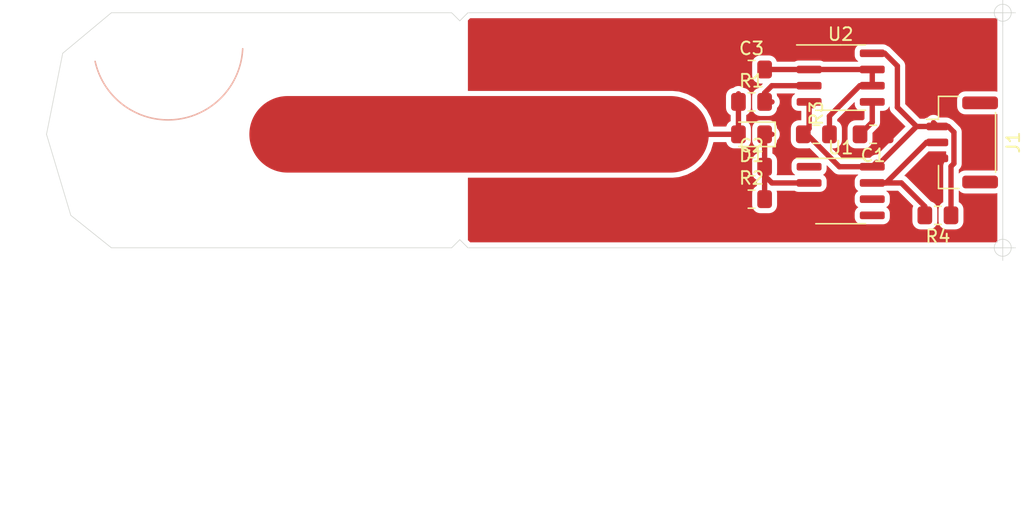
<source format=kicad_pcb>
(kicad_pcb (version 20171130) (host pcbnew "(5.1.5)-3")

  (general
    (thickness 1.6)
    (drawings 16)
    (tracks 50)
    (zones 0)
    (modules 11)
    (nets 9)
  )

  (page A4 portrait)
  (title_block
    (title "Bongo Soil Moisture Sensor")
    (rev 1.0)
    (company "Lapoulton (Pvt) Ltd")
  )

  (layers
    (0 F.Cu signal)
    (31 B.Cu signal)
    (33 F.Adhes user)
    (35 F.Paste user)
    (37 F.SilkS user)
    (38 B.Mask user)
    (39 F.Mask user)
    (40 Dwgs.User user)
    (41 Cmts.User user)
    (42 Eco1.User user)
    (43 Eco2.User user)
    (44 Edge.Cuts user)
    (45 Margin user)
    (46 B.CrtYd user)
    (47 F.CrtYd user)
    (49 F.Fab user)
  )

  (setup
    (last_trace_width 0.42)
    (user_trace_width 4)
    (trace_clearance 0.24)
    (zone_clearance 0.4)
    (zone_45_only no)
    (trace_min 0.2)
    (via_size 0.8)
    (via_drill 0.4)
    (via_min_size 0.4)
    (via_min_drill 0.3)
    (uvia_size 0.3)
    (uvia_drill 0.1)
    (uvias_allowed no)
    (uvia_min_size 0.2)
    (uvia_min_drill 0.1)
    (edge_width 0.05)
    (segment_width 0.2)
    (pcb_text_width 0.3)
    (pcb_text_size 1.5 1.5)
    (mod_edge_width 0.12)
    (mod_text_size 1 1)
    (mod_text_width 0.15)
    (pad_size 1.524 1.524)
    (pad_drill 0.762)
    (pad_to_mask_clearance 0.051)
    (solder_mask_min_width 0.25)
    (aux_axis_origin 30.48 50.8)
    (grid_origin 30.48 50.8)
    (visible_elements 7FFFF7FF)
    (pcbplotparams
      (layerselection 0x00000_fffffffe)
      (usegerberextensions false)
      (usegerberattributes true)
      (usegerberadvancedattributes false)
      (creategerberjobfile false)
      (excludeedgelayer true)
      (linewidth 0.100000)
      (plotframeref false)
      (viasonmask false)
      (mode 1)
      (useauxorigin true)
      (hpglpennumber 1)
      (hpglpenspeed 20)
      (hpglpendiameter 15.000000)
      (psnegative false)
      (psa4output false)
      (plotreference false)
      (plotvalue false)
      (plotinvisibletext false)
      (padsonsilk true)
      (subtractmaskfromsilk false)
      (outputformat 1)
      (mirror false)
      (drillshape 0)
      (scaleselection 1)
      (outputdirectory ""))
  )

  (net 0 "")
  (net 1 +3V3)
  (net 2 GND)
  (net 3 /1-Wire)
  (net 4 "Net-(R1-Pad2)")
  (net 5 /AOUT)
  (net 6 "Net-(C1-Pad2)")
  (net 7 "Net-(C3-Pad2)")
  (net 8 /COUT)

  (net_class Default "This is the default net class."
    (clearance 0.24)
    (trace_width 0.42)
    (via_dia 0.8)
    (via_drill 0.4)
    (uvia_dia 0.3)
    (uvia_drill 0.1)
    (add_net +3V3)
    (add_net /1-Wire)
    (add_net /AOUT)
    (add_net /COUT)
    (add_net "Net-(C1-Pad2)")
    (add_net "Net-(C3-Pad2)")
    (add_net "Net-(R1-Pad2)")
  )

  (net_class Ground ""
    (clearance 0.24)
    (trace_width 0.42)
    (via_dia 0.8)
    (via_drill 0.4)
    (uvia_dia 0.3)
    (uvia_drill 0.1)
    (add_net GND)
  )

  (module Package_SO:SOIC-8_3.9x4.9mm_P1.27mm (layer F.Cu) (tedit 5D9F72B1) (tstamp 5FEB9C54)
    (at 92.71 46.355)
    (descr "SOIC, 8 Pin (JEDEC MS-012AA, https://www.analog.com/media/en/package-pcb-resources/package/pkg_pdf/soic_narrow-r/r_8.pdf), generated with kicad-footprint-generator ipc_gullwing_generator.py")
    (tags "SOIC SO")
    (path /5FEB4BA0)
    (attr smd)
    (fp_text reference U1 (at 0 -3.4) (layer F.SilkS)
      (effects (font (size 1 1) (thickness 0.15)))
    )
    (fp_text value ATtiny85-20PU (at 0 3.4) (layer F.Fab)
      (effects (font (size 1 1) (thickness 0.15)))
    )
    (fp_text user %R (at 0 0) (layer F.Fab)
      (effects (font (size 0.98 0.98) (thickness 0.15)))
    )
    (fp_line (start 3.7 -2.7) (end -3.7 -2.7) (layer F.CrtYd) (width 0.05))
    (fp_line (start 3.7 2.7) (end 3.7 -2.7) (layer F.CrtYd) (width 0.05))
    (fp_line (start -3.7 2.7) (end 3.7 2.7) (layer F.CrtYd) (width 0.05))
    (fp_line (start -3.7 -2.7) (end -3.7 2.7) (layer F.CrtYd) (width 0.05))
    (fp_line (start -1.95 -1.475) (end -0.975 -2.45) (layer F.Fab) (width 0.1))
    (fp_line (start -1.95 2.45) (end -1.95 -1.475) (layer F.Fab) (width 0.1))
    (fp_line (start 1.95 2.45) (end -1.95 2.45) (layer F.Fab) (width 0.1))
    (fp_line (start 1.95 -2.45) (end 1.95 2.45) (layer F.Fab) (width 0.1))
    (fp_line (start -0.975 -2.45) (end 1.95 -2.45) (layer F.Fab) (width 0.1))
    (fp_line (start 0 -2.56) (end -3.45 -2.56) (layer F.SilkS) (width 0.12))
    (fp_line (start 0 -2.56) (end 1.95 -2.56) (layer F.SilkS) (width 0.12))
    (fp_line (start 0 2.56) (end -1.95 2.56) (layer F.SilkS) (width 0.12))
    (fp_line (start 0 2.56) (end 1.95 2.56) (layer F.SilkS) (width 0.12))
    (pad 8 smd roundrect (at 2.475 -1.905) (size 1.95 0.6) (layers F.Cu F.Paste F.Mask) (roundrect_rratio 0.25)
      (net 1 +3V3))
    (pad 7 smd roundrect (at 2.475 -0.635) (size 1.95 0.6) (layers F.Cu F.Paste F.Mask) (roundrect_rratio 0.25)
      (net 3 /1-Wire))
    (pad 6 smd roundrect (at 2.475 0.635) (size 1.95 0.6) (layers F.Cu F.Paste F.Mask) (roundrect_rratio 0.25))
    (pad 5 smd roundrect (at 2.475 1.905) (size 1.95 0.6) (layers F.Cu F.Paste F.Mask) (roundrect_rratio 0.25))
    (pad 4 smd roundrect (at -2.475 1.905) (size 1.95 0.6) (layers F.Cu F.Paste F.Mask) (roundrect_rratio 0.25)
      (net 2 GND))
    (pad 3 smd roundrect (at -2.475 0.635) (size 1.95 0.6) (layers F.Cu F.Paste F.Mask) (roundrect_rratio 0.25)
      (net 2 GND))
    (pad 2 smd roundrect (at -2.475 -0.635) (size 1.95 0.6) (layers F.Cu F.Paste F.Mask) (roundrect_rratio 0.25)
      (net 5 /AOUT))
    (pad 1 smd roundrect (at -2.475 -1.905) (size 1.95 0.6) (layers F.Cu F.Paste F.Mask) (roundrect_rratio 0.25))
    (model ${KISYS3DMOD}/Package_SO.3dshapes/SOIC-8_3.9x4.9mm_P1.27mm.wrl
      (at (xyz 0 0 0))
      (scale (xyz 1 1 1))
      (rotate (xyz 0 0 0))
    )
  )

  (module Connector_JST:JST_GH_BM03B-GHS-TBT_1x03-1MP_P1.25mm_Vertical (layer F.Cu) (tedit 5B78AD87) (tstamp 5FEBA14A)
    (at 102.235 42.545 270)
    (descr "JST GH series connector, BM03B-GHS-TBT (http://www.jst-mfg.com/product/pdf/eng/eGH.pdf), generated with kicad-footprint-generator")
    (tags "connector JST GH side entry")
    (path /5FEBB2A4)
    (attr smd)
    (fp_text reference J1 (at 0 -4 90) (layer F.SilkS)
      (effects (font (size 1 1) (thickness 0.15)))
    )
    (fp_text value Screw_Terminal_01x03 (at 0 4 90) (layer F.Fab)
      (effects (font (size 1 1) (thickness 0.15)))
    )
    (fp_text user %R (at 0 -1.5 90) (layer F.Fab)
      (effects (font (size 1 1) (thickness 0.15)))
    )
    (fp_line (start -1.25 1.042893) (end -0.75 1.75) (layer F.Fab) (width 0.1))
    (fp_line (start -1.75 1.75) (end -1.25 1.042893) (layer F.Fab) (width 0.1))
    (fp_line (start 4.1 -3.3) (end -4.1 -3.3) (layer F.CrtYd) (width 0.05))
    (fp_line (start 4.1 3.3) (end 4.1 -3.3) (layer F.CrtYd) (width 0.05))
    (fp_line (start -4.1 3.3) (end 4.1 3.3) (layer F.CrtYd) (width 0.05))
    (fp_line (start -4.1 -3.3) (end -4.1 3.3) (layer F.CrtYd) (width 0.05))
    (fp_line (start 1.5 -0.5) (end 1 -0.5) (layer F.Fab) (width 0.1))
    (fp_line (start 1.5 0) (end 1.5 -0.5) (layer F.Fab) (width 0.1))
    (fp_line (start 1 0) (end 1.5 0) (layer F.Fab) (width 0.1))
    (fp_line (start 1 -0.5) (end 1 0) (layer F.Fab) (width 0.1))
    (fp_line (start 0.25 -0.5) (end -0.25 -0.5) (layer F.Fab) (width 0.1))
    (fp_line (start 0.25 0) (end 0.25 -0.5) (layer F.Fab) (width 0.1))
    (fp_line (start -0.25 0) (end 0.25 0) (layer F.Fab) (width 0.1))
    (fp_line (start -0.25 -0.5) (end -0.25 0) (layer F.Fab) (width 0.1))
    (fp_line (start -1 -0.5) (end -1.5 -0.5) (layer F.Fab) (width 0.1))
    (fp_line (start -1 0) (end -1 -0.5) (layer F.Fab) (width 0.1))
    (fp_line (start -1.5 0) (end -1 0) (layer F.Fab) (width 0.1))
    (fp_line (start -1.5 -0.5) (end -1.5 0) (layer F.Fab) (width 0.1))
    (fp_line (start 3.5 1.75) (end 3.5 -2.5) (layer F.Fab) (width 0.1))
    (fp_line (start -3.5 1.75) (end -3.5 -2.5) (layer F.Fab) (width 0.1))
    (fp_line (start -3.5 -2.5) (end 3.5 -2.5) (layer F.Fab) (width 0.1))
    (fp_line (start -2.34 -2.61) (end 2.34 -2.61) (layer F.SilkS) (width 0.12))
    (fp_line (start 3.61 1.86) (end 1.81 1.86) (layer F.SilkS) (width 0.12))
    (fp_line (start 3.61 0.26) (end 3.61 1.86) (layer F.SilkS) (width 0.12))
    (fp_line (start -1.81 1.86) (end -1.81 2.8) (layer F.SilkS) (width 0.12))
    (fp_line (start -3.61 1.86) (end -1.81 1.86) (layer F.SilkS) (width 0.12))
    (fp_line (start -3.61 0.26) (end -3.61 1.86) (layer F.SilkS) (width 0.12))
    (fp_line (start -3.5 1.75) (end 3.5 1.75) (layer F.Fab) (width 0.1))
    (pad MP smd roundrect (at 3.1 -1.4 270) (size 1 2.8) (layers F.Cu F.Paste F.Mask) (roundrect_rratio 0.25))
    (pad MP smd roundrect (at -3.1 -1.4 270) (size 1 2.8) (layers F.Cu F.Paste F.Mask) (roundrect_rratio 0.25))
    (pad 3 smd roundrect (at 1.25 1.95 270) (size 0.6 1.7) (layers F.Cu F.Paste F.Mask) (roundrect_rratio 0.25)
      (net 2 GND))
    (pad 2 smd roundrect (at 0 1.95 270) (size 0.6 1.7) (layers F.Cu F.Paste F.Mask) (roundrect_rratio 0.25)
      (net 3 /1-Wire))
    (pad 1 smd roundrect (at -1.25 1.95 270) (size 0.6 1.7) (layers F.Cu F.Paste F.Mask) (roundrect_rratio 0.25)
      (net 1 +3V3))
    (model ${KISYS3DMOD}/Connector_JST.3dshapes/JST_GH_BM03B-GHS-TBT_1x03-1MP_P1.25mm_Vertical.wrl
      (at (xyz 0 0 0))
      (scale (xyz 1 1 1))
      (rotate (xyz 0 0 0))
    )
  )

  (module Diode_SMD:D_0805_2012Metric_Pad1.15x1.40mm_HandSolder placed (layer F.Cu) (tedit 5B4B45C8) (tstamp 5FEBAC89)
    (at 85.725 41.91 180)
    (descr "Diode SMD 0805 (2012 Metric), square (rectangular) end terminal, IPC_7351 nominal, (Body size source: https://docs.google.com/spreadsheets/d/1BsfQQcO9C6DZCsRaXUlFlo91Tg2WpOkGARC1WS5S8t0/edit?usp=sharing), generated with kicad-footprint-generator")
    (tags "diode handsolder")
    (path /5FED762B)
    (attr smd)
    (fp_text reference D1 (at 0 -1.65) (layer F.SilkS)
      (effects (font (size 1 1) (thickness 0.15)))
    )
    (fp_text value D (at 0 1.65) (layer F.Fab)
      (effects (font (size 1 1) (thickness 0.15)))
    )
    (fp_text user %R (at 0 0) (layer F.Fab)
      (effects (font (size 0.5 0.5) (thickness 0.08)))
    )
    (fp_line (start 1.85 0.95) (end -1.85 0.95) (layer F.CrtYd) (width 0.05))
    (fp_line (start 1.85 -0.95) (end 1.85 0.95) (layer F.CrtYd) (width 0.05))
    (fp_line (start -1.85 -0.95) (end 1.85 -0.95) (layer F.CrtYd) (width 0.05))
    (fp_line (start -1.85 0.95) (end -1.85 -0.95) (layer F.CrtYd) (width 0.05))
    (fp_line (start -1.86 0.96) (end 1 0.96) (layer F.SilkS) (width 0.12))
    (fp_line (start -1.86 -0.96) (end -1.86 0.96) (layer F.SilkS) (width 0.12))
    (fp_line (start 1 -0.96) (end -1.86 -0.96) (layer F.SilkS) (width 0.12))
    (fp_line (start 1 0.6) (end 1 -0.6) (layer F.Fab) (width 0.1))
    (fp_line (start -1 0.6) (end 1 0.6) (layer F.Fab) (width 0.1))
    (fp_line (start -1 -0.3) (end -1 0.6) (layer F.Fab) (width 0.1))
    (fp_line (start -0.7 -0.6) (end -1 -0.3) (layer F.Fab) (width 0.1))
    (fp_line (start 1 -0.6) (end -0.7 -0.6) (layer F.Fab) (width 0.1))
    (pad 2 smd roundrect (at 1.025 0 180) (size 1.15 1.4) (layers F.Cu F.Paste F.Mask) (roundrect_rratio 0.217391)
      (net 8 /COUT))
    (pad 1 smd roundrect (at -1.025 0 180) (size 1.15 1.4) (layers F.Cu F.Paste F.Mask) (roundrect_rratio 0.217391)
      (net 5 /AOUT))
    (model ${KISYS3DMOD}/Diode_SMD.3dshapes/D_0805_2012Metric.wrl
      (at (xyz 0 0 0))
      (scale (xyz 1 1 1))
      (rotate (xyz 0 0 0))
    )
  )

  (module Capacitor_SMD:C_0805_2012Metric_Pad1.15x1.40mm_HandSolder placed (layer F.Cu) (tedit 5B36C52B) (tstamp 606CC555)
    (at 85.725 36.83)
    (descr "Capacitor SMD 0805 (2012 Metric), square (rectangular) end terminal, IPC_7351 nominal with elongated pad for handsoldering. (Body size source: https://docs.google.com/spreadsheets/d/1BsfQQcO9C6DZCsRaXUlFlo91Tg2WpOkGARC1WS5S8t0/edit?usp=sharing), generated with kicad-footprint-generator")
    (tags "capacitor handsolder")
    (path /60547F0B)
    (attr smd)
    (fp_text reference C3 (at 0 -1.65) (layer F.SilkS)
      (effects (font (size 1 1) (thickness 0.15)))
    )
    (fp_text value 330p (at 0 1.65) (layer F.Fab)
      (effects (font (size 1 1) (thickness 0.15)))
    )
    (fp_text user %R (at 0.635 0) (layer F.Fab)
      (effects (font (size 0.5 0.5) (thickness 0.08)))
    )
    (fp_line (start 1.85 0.95) (end -1.85 0.95) (layer F.CrtYd) (width 0.05))
    (fp_line (start 1.85 -0.95) (end 1.85 0.95) (layer F.CrtYd) (width 0.05))
    (fp_line (start -1.85 -0.95) (end 1.85 -0.95) (layer F.CrtYd) (width 0.05))
    (fp_line (start -1.85 0.95) (end -1.85 -0.95) (layer F.CrtYd) (width 0.05))
    (fp_line (start -0.261252 0.71) (end 0.261252 0.71) (layer F.SilkS) (width 0.12))
    (fp_line (start -0.261252 -0.71) (end 0.261252 -0.71) (layer F.SilkS) (width 0.12))
    (fp_line (start 1 0.6) (end -1 0.6) (layer F.Fab) (width 0.1))
    (fp_line (start 1 -0.6) (end 1 0.6) (layer F.Fab) (width 0.1))
    (fp_line (start -1 -0.6) (end 1 -0.6) (layer F.Fab) (width 0.1))
    (fp_line (start -1 0.6) (end -1 -0.6) (layer F.Fab) (width 0.1))
    (pad 2 smd roundrect (at 1.025 0) (size 1.15 1.4) (layers F.Cu F.Paste F.Mask) (roundrect_rratio 0.217391)
      (net 7 "Net-(C3-Pad2)"))
    (pad 1 smd roundrect (at -1.025 0) (size 1.15 1.4) (layers F.Cu F.Paste F.Mask) (roundrect_rratio 0.217391)
      (net 2 GND))
    (model ${KISYS3DMOD}/Capacitor_SMD.3dshapes/C_0805_2012Metric.wrl
      (at (xyz 0 0 0))
      (scale (xyz 1 1 1))
      (rotate (xyz 0 0 0))
    )
  )

  (module Capacitor_SMD:C_0805_2012Metric_Pad1.15x1.40mm_HandSolder placed (layer F.Cu) (tedit 5B36C52B) (tstamp 606CC872)
    (at 85.725 44.45)
    (descr "Capacitor SMD 0805 (2012 Metric), square (rectangular) end terminal, IPC_7351 nominal with elongated pad for handsoldering. (Body size source: https://docs.google.com/spreadsheets/d/1BsfQQcO9C6DZCsRaXUlFlo91Tg2WpOkGARC1WS5S8t0/edit?usp=sharing), generated with kicad-footprint-generator")
    (tags "capacitor handsolder")
    (path /5FEE0E3A)
    (attr smd)
    (fp_text reference C2 (at 0 -1.65) (layer F.SilkS)
      (effects (font (size 1 1) (thickness 0.15)))
    )
    (fp_text value 1n (at 0 1.65) (layer F.Fab)
      (effects (font (size 1 1) (thickness 0.15)))
    )
    (fp_text user %R (at 0 0) (layer F.Fab)
      (effects (font (size 0.5 0.5) (thickness 0.08)))
    )
    (fp_line (start 1.85 0.95) (end -1.85 0.95) (layer F.CrtYd) (width 0.05))
    (fp_line (start 1.85 -0.95) (end 1.85 0.95) (layer F.CrtYd) (width 0.05))
    (fp_line (start -1.85 -0.95) (end 1.85 -0.95) (layer F.CrtYd) (width 0.05))
    (fp_line (start -1.85 0.95) (end -1.85 -0.95) (layer F.CrtYd) (width 0.05))
    (fp_line (start -0.261252 0.71) (end 0.261252 0.71) (layer F.SilkS) (width 0.12))
    (fp_line (start -0.261252 -0.71) (end 0.261252 -0.71) (layer F.SilkS) (width 0.12))
    (fp_line (start 1 0.6) (end -1 0.6) (layer F.Fab) (width 0.1))
    (fp_line (start 1 -0.6) (end 1 0.6) (layer F.Fab) (width 0.1))
    (fp_line (start -1 -0.6) (end 1 -0.6) (layer F.Fab) (width 0.1))
    (fp_line (start -1 0.6) (end -1 -0.6) (layer F.Fab) (width 0.1))
    (pad 2 smd roundrect (at 1.025 0) (size 1.15 1.4) (layers F.Cu F.Paste F.Mask) (roundrect_rratio 0.217391)
      (net 5 /AOUT))
    (pad 1 smd roundrect (at -1.025 0) (size 1.15 1.4) (layers F.Cu F.Paste F.Mask) (roundrect_rratio 0.217391)
      (net 2 GND))
    (model ${KISYS3DMOD}/Capacitor_SMD.3dshapes/C_0805_2012Metric.wrl
      (at (xyz 0 0 0))
      (scale (xyz 1 1 1))
      (rotate (xyz 0 0 0))
    )
  )

  (module Capacitor_SMD:C_0805_2012Metric_Pad1.15x1.40mm_HandSolder placed (layer F.Cu) (tedit 5B36C52B) (tstamp 6047C404)
    (at 95.25 41.91 180)
    (descr "Capacitor SMD 0805 (2012 Metric), square (rectangular) end terminal, IPC_7351 nominal with elongated pad for handsoldering. (Body size source: https://docs.google.com/spreadsheets/d/1BsfQQcO9C6DZCsRaXUlFlo91Tg2WpOkGARC1WS5S8t0/edit?usp=sharing), generated with kicad-footprint-generator")
    (tags "capacitor handsolder")
    (path /60488260)
    (attr smd)
    (fp_text reference C1 (at 0 -1.65) (layer F.SilkS)
      (effects (font (size 1 1) (thickness 0.15)))
    )
    (fp_text value 10p (at 0 1.65) (layer F.Fab)
      (effects (font (size 1 1) (thickness 0.15)))
    )
    (fp_text user %R (at 0 0) (layer F.Fab)
      (effects (font (size 0.5 0.5) (thickness 0.08)))
    )
    (fp_line (start 1.85 0.95) (end -1.85 0.95) (layer F.CrtYd) (width 0.05))
    (fp_line (start 1.85 -0.95) (end 1.85 0.95) (layer F.CrtYd) (width 0.05))
    (fp_line (start -1.85 -0.95) (end 1.85 -0.95) (layer F.CrtYd) (width 0.05))
    (fp_line (start -1.85 0.95) (end -1.85 -0.95) (layer F.CrtYd) (width 0.05))
    (fp_line (start -0.261252 0.71) (end 0.261252 0.71) (layer F.SilkS) (width 0.12))
    (fp_line (start -0.261252 -0.71) (end 0.261252 -0.71) (layer F.SilkS) (width 0.12))
    (fp_line (start 1 0.6) (end -1 0.6) (layer F.Fab) (width 0.1))
    (fp_line (start 1 -0.6) (end 1 0.6) (layer F.Fab) (width 0.1))
    (fp_line (start -1 -0.6) (end 1 -0.6) (layer F.Fab) (width 0.1))
    (fp_line (start -1 0.6) (end -1 -0.6) (layer F.Fab) (width 0.1))
    (pad 2 smd roundrect (at 1.025 0 180) (size 1.15 1.4) (layers F.Cu F.Paste F.Mask) (roundrect_rratio 0.217391)
      (net 6 "Net-(C1-Pad2)"))
    (pad 1 smd roundrect (at -1.025 0 180) (size 1.15 1.4) (layers F.Cu F.Paste F.Mask) (roundrect_rratio 0.217391)
      (net 2 GND))
    (model ${KISYS3DMOD}/Capacitor_SMD.3dshapes/C_0805_2012Metric.wrl
      (at (xyz 0 0 0))
      (scale (xyz 1 1 1))
      (rotate (xyz 0 0 0))
    )
  )

  (module Resistor_SMD:R_0805_2012Metric_Pad1.15x1.40mm_HandSolder placed (layer F.Cu) (tedit 5B36C52B) (tstamp 606D509D)
    (at 100.33 48.26 180)
    (descr "Resistor SMD 0805 (2012 Metric), square (rectangular) end terminal, IPC_7351 nominal with elongated pad for handsoldering. (Body size source: https://docs.google.com/spreadsheets/d/1BsfQQcO9C6DZCsRaXUlFlo91Tg2WpOkGARC1WS5S8t0/edit?usp=sharing), generated with kicad-footprint-generator")
    (tags "resistor handsolder")
    (path /606C4CC8)
    (attr smd)
    (fp_text reference R4 (at 0 -1.65) (layer F.SilkS)
      (effects (font (size 1 1) (thickness 0.15)))
    )
    (fp_text value 4.7k (at 0 1.65) (layer F.Fab)
      (effects (font (size 1 1) (thickness 0.15)))
    )
    (fp_text user %R (at 0 0) (layer F.Fab)
      (effects (font (size 0.5 0.5) (thickness 0.08)))
    )
    (fp_line (start 1.85 0.95) (end -1.85 0.95) (layer F.CrtYd) (width 0.05))
    (fp_line (start 1.85 -0.95) (end 1.85 0.95) (layer F.CrtYd) (width 0.05))
    (fp_line (start -1.85 -0.95) (end 1.85 -0.95) (layer F.CrtYd) (width 0.05))
    (fp_line (start -1.85 0.95) (end -1.85 -0.95) (layer F.CrtYd) (width 0.05))
    (fp_line (start -0.261252 0.71) (end 0.261252 0.71) (layer F.SilkS) (width 0.12))
    (fp_line (start -0.261252 -0.71) (end 0.261252 -0.71) (layer F.SilkS) (width 0.12))
    (fp_line (start 1 0.6) (end -1 0.6) (layer F.Fab) (width 0.1))
    (fp_line (start 1 -0.6) (end 1 0.6) (layer F.Fab) (width 0.1))
    (fp_line (start -1 -0.6) (end 1 -0.6) (layer F.Fab) (width 0.1))
    (fp_line (start -1 0.6) (end -1 -0.6) (layer F.Fab) (width 0.1))
    (pad 2 smd roundrect (at 1.025 0 180) (size 1.15 1.4) (layers F.Cu F.Paste F.Mask) (roundrect_rratio 0.217391)
      (net 3 /1-Wire))
    (pad 1 smd roundrect (at -1.025 0 180) (size 1.15 1.4) (layers F.Cu F.Paste F.Mask) (roundrect_rratio 0.217391)
      (net 1 +3V3))
    (model ${KISYS3DMOD}/Resistor_SMD.3dshapes/R_0805_2012Metric.wrl
      (at (xyz 0 0 0))
      (scale (xyz 1 1 1))
      (rotate (xyz 0 0 0))
    )
  )

  (module Resistor_SMD:R_0805_2012Metric_Pad1.15x1.40mm_HandSolder placed (layer F.Cu) (tedit 5B36C52B) (tstamp 603267B6)
    (at 90.805 41.91)
    (descr "Resistor SMD 0805 (2012 Metric), square (rectangular) end terminal, IPC_7351 nominal with elongated pad for handsoldering. (Body size source: https://docs.google.com/spreadsheets/d/1BsfQQcO9C6DZCsRaXUlFlo91Tg2WpOkGARC1WS5S8t0/edit?usp=sharing), generated with kicad-footprint-generator")
    (tags "resistor handsolder")
    (path /5FED0FAB)
    (attr smd)
    (fp_text reference R3 (at 0 -1.65 90) (layer F.SilkS)
      (effects (font (size 1 1) (thickness 0.15)))
    )
    (fp_text value 330 (at 0 1.65) (layer F.Fab)
      (effects (font (size 1 1) (thickness 0.15)))
    )
    (fp_text user %R (at 0 0 90) (layer F.Fab)
      (effects (font (size 0.5 0.5) (thickness 0.08)))
    )
    (fp_line (start 1.85 0.95) (end -1.85 0.95) (layer F.CrtYd) (width 0.05))
    (fp_line (start 1.85 -0.95) (end 1.85 0.95) (layer F.CrtYd) (width 0.05))
    (fp_line (start -1.85 -0.95) (end 1.85 -0.95) (layer F.CrtYd) (width 0.05))
    (fp_line (start -1.85 0.95) (end -1.85 -0.95) (layer F.CrtYd) (width 0.05))
    (fp_line (start -0.261252 0.71) (end 0.261252 0.71) (layer F.SilkS) (width 0.12))
    (fp_line (start -0.261252 -0.71) (end 0.261252 -0.71) (layer F.SilkS) (width 0.12))
    (fp_line (start 1 0.6) (end -1 0.6) (layer F.Fab) (width 0.1))
    (fp_line (start 1 -0.6) (end 1 0.6) (layer F.Fab) (width 0.1))
    (fp_line (start -1 -0.6) (end 1 -0.6) (layer F.Fab) (width 0.1))
    (fp_line (start -1 0.6) (end -1 -0.6) (layer F.Fab) (width 0.1))
    (pad 2 smd roundrect (at 1.025 0) (size 1.15 1.4) (layers F.Cu F.Paste F.Mask) (roundrect_rratio 0.217391)
      (net 7 "Net-(C3-Pad2)"))
    (pad 1 smd roundrect (at -1.025 0) (size 1.15 1.4) (layers F.Cu F.Paste F.Mask) (roundrect_rratio 0.217391)
      (net 1 +3V3))
    (model ${KISYS3DMOD}/Resistor_SMD.3dshapes/R_0805_2012Metric.wrl
      (at (xyz 0 0 0))
      (scale (xyz 1 1 1))
      (rotate (xyz 0 0 0))
    )
  )

  (module Resistor_SMD:R_0805_2012Metric_Pad1.15x1.40mm_HandSolder placed (layer F.Cu) (tedit 5B36C52B) (tstamp 60054A1E)
    (at 85.725 46.99)
    (descr "Resistor SMD 0805 (2012 Metric), square (rectangular) end terminal, IPC_7351 nominal with elongated pad for handsoldering. (Body size source: https://docs.google.com/spreadsheets/d/1BsfQQcO9C6DZCsRaXUlFlo91Tg2WpOkGARC1WS5S8t0/edit?usp=sharing), generated with kicad-footprint-generator")
    (tags "resistor handsolder")
    (path /5FEDEBD3)
    (attr smd)
    (fp_text reference R2 (at 0 -1.65) (layer F.SilkS)
      (effects (font (size 1 1) (thickness 0.15)))
    )
    (fp_text value 1m (at 0 1.65) (layer F.Fab)
      (effects (font (size 1 1) (thickness 0.15)))
    )
    (fp_text user %R (at 0 0) (layer F.Fab)
      (effects (font (size 0.5 0.5) (thickness 0.08)))
    )
    (fp_line (start 1.85 0.95) (end -1.85 0.95) (layer F.CrtYd) (width 0.05))
    (fp_line (start 1.85 -0.95) (end 1.85 0.95) (layer F.CrtYd) (width 0.05))
    (fp_line (start -1.85 -0.95) (end 1.85 -0.95) (layer F.CrtYd) (width 0.05))
    (fp_line (start -1.85 0.95) (end -1.85 -0.95) (layer F.CrtYd) (width 0.05))
    (fp_line (start -0.261252 0.71) (end 0.261252 0.71) (layer F.SilkS) (width 0.12))
    (fp_line (start -0.261252 -0.71) (end 0.261252 -0.71) (layer F.SilkS) (width 0.12))
    (fp_line (start 1 0.6) (end -1 0.6) (layer F.Fab) (width 0.1))
    (fp_line (start 1 -0.6) (end 1 0.6) (layer F.Fab) (width 0.1))
    (fp_line (start -1 -0.6) (end 1 -0.6) (layer F.Fab) (width 0.1))
    (fp_line (start -1 0.6) (end -1 -0.6) (layer F.Fab) (width 0.1))
    (pad 2 smd roundrect (at 1.025 0) (size 1.15 1.4) (layers F.Cu F.Paste F.Mask) (roundrect_rratio 0.217391)
      (net 5 /AOUT))
    (pad 1 smd roundrect (at -1.025 0) (size 1.15 1.4) (layers F.Cu F.Paste F.Mask) (roundrect_rratio 0.217391)
      (net 2 GND))
    (model ${KISYS3DMOD}/Resistor_SMD.3dshapes/R_0805_2012Metric.wrl
      (at (xyz 0 0 0))
      (scale (xyz 1 1 1))
      (rotate (xyz 0 0 0))
    )
  )

  (module Resistor_SMD:R_0805_2012Metric_Pad1.15x1.40mm_HandSolder placed (layer F.Cu) (tedit 5B36C52B) (tstamp 603266B7)
    (at 85.725 39.37)
    (descr "Resistor SMD 0805 (2012 Metric), square (rectangular) end terminal, IPC_7351 nominal with elongated pad for handsoldering. (Body size source: https://docs.google.com/spreadsheets/d/1BsfQQcO9C6DZCsRaXUlFlo91Tg2WpOkGARC1WS5S8t0/edit?usp=sharing), generated with kicad-footprint-generator")
    (tags "resistor handsolder")
    (path /5FED2E2E)
    (attr smd)
    (fp_text reference R1 (at 0 -1.65) (layer F.SilkS)
      (effects (font (size 1 1) (thickness 0.15)))
    )
    (fp_text value 10k (at 0 1.65) (layer F.Fab)
      (effects (font (size 1 1) (thickness 0.15)))
    )
    (fp_text user %R (at 0 0) (layer F.Fab)
      (effects (font (size 0.5 0.5) (thickness 0.08)))
    )
    (fp_line (start 1.85 0.95) (end -1.85 0.95) (layer F.CrtYd) (width 0.05))
    (fp_line (start 1.85 -0.95) (end 1.85 0.95) (layer F.CrtYd) (width 0.05))
    (fp_line (start -1.85 -0.95) (end 1.85 -0.95) (layer F.CrtYd) (width 0.05))
    (fp_line (start -1.85 0.95) (end -1.85 -0.95) (layer F.CrtYd) (width 0.05))
    (fp_line (start -0.261252 0.71) (end 0.261252 0.71) (layer F.SilkS) (width 0.12))
    (fp_line (start -0.261252 -0.71) (end 0.261252 -0.71) (layer F.SilkS) (width 0.12))
    (fp_line (start 1 0.6) (end -1 0.6) (layer F.Fab) (width 0.1))
    (fp_line (start 1 -0.6) (end 1 0.6) (layer F.Fab) (width 0.1))
    (fp_line (start -1 -0.6) (end 1 -0.6) (layer F.Fab) (width 0.1))
    (fp_line (start -1 0.6) (end -1 -0.6) (layer F.Fab) (width 0.1))
    (pad 2 smd roundrect (at 1.025 0) (size 1.15 1.4) (layers F.Cu F.Paste F.Mask) (roundrect_rratio 0.217391)
      (net 4 "Net-(R1-Pad2)"))
    (pad 1 smd roundrect (at -1.025 0) (size 1.15 1.4) (layers F.Cu F.Paste F.Mask) (roundrect_rratio 0.217391)
      (net 8 /COUT))
    (model ${KISYS3DMOD}/Resistor_SMD.3dshapes/R_0805_2012Metric.wrl
      (at (xyz 0 0 0))
      (scale (xyz 1 1 1))
      (rotate (xyz 0 0 0))
    )
  )

  (module Package_SO:SOIC-8_3.9x4.9mm_P1.27mm placed (layer F.Cu) (tedit 5D9F72B1) (tstamp 606F6E6D)
    (at 92.71 37.465)
    (descr "SOIC, 8 Pin (JEDEC MS-012AA, https://www.analog.com/media/en/package-pcb-resources/package/pkg_pdf/soic_narrow-r/r_8.pdf), generated with kicad-footprint-generator ipc_gullwing_generator.py")
    (tags "SOIC SO")
    (path /606F8E43)
    (attr smd)
    (fp_text reference U2 (at 0 -3.4) (layer F.SilkS)
      (effects (font (size 1 1) (thickness 0.15)))
    )
    (fp_text value TLC555CD (at 0 3.4) (layer F.Fab)
      (effects (font (size 1 1) (thickness 0.15)))
    )
    (fp_text user %R (at 0 0) (layer F.Fab)
      (effects (font (size 0.98 0.98) (thickness 0.15)))
    )
    (fp_line (start 3.7 -2.7) (end -3.7 -2.7) (layer F.CrtYd) (width 0.05))
    (fp_line (start 3.7 2.7) (end 3.7 -2.7) (layer F.CrtYd) (width 0.05))
    (fp_line (start -3.7 2.7) (end 3.7 2.7) (layer F.CrtYd) (width 0.05))
    (fp_line (start -3.7 -2.7) (end -3.7 2.7) (layer F.CrtYd) (width 0.05))
    (fp_line (start -1.95 -1.475) (end -0.975 -2.45) (layer F.Fab) (width 0.1))
    (fp_line (start -1.95 2.45) (end -1.95 -1.475) (layer F.Fab) (width 0.1))
    (fp_line (start 1.95 2.45) (end -1.95 2.45) (layer F.Fab) (width 0.1))
    (fp_line (start 1.95 -2.45) (end 1.95 2.45) (layer F.Fab) (width 0.1))
    (fp_line (start -0.975 -2.45) (end 1.95 -2.45) (layer F.Fab) (width 0.1))
    (fp_line (start 0 -2.56) (end -3.45 -2.56) (layer F.SilkS) (width 0.12))
    (fp_line (start 0 -2.56) (end 1.95 -2.56) (layer F.SilkS) (width 0.12))
    (fp_line (start 0 2.56) (end -1.95 2.56) (layer F.SilkS) (width 0.12))
    (fp_line (start 0 2.56) (end 1.95 2.56) (layer F.SilkS) (width 0.12))
    (pad 8 smd roundrect (at 2.475 -1.905) (size 1.95 0.6) (layers F.Cu F.Paste F.Mask) (roundrect_rratio 0.25)
      (net 1 +3V3))
    (pad 7 smd roundrect (at 2.475 -0.635) (size 1.95 0.6) (layers F.Cu F.Paste F.Mask) (roundrect_rratio 0.25)
      (net 7 "Net-(C3-Pad2)"))
    (pad 6 smd roundrect (at 2.475 0.635) (size 1.95 0.6) (layers F.Cu F.Paste F.Mask) (roundrect_rratio 0.25)
      (net 7 "Net-(C3-Pad2)"))
    (pad 5 smd roundrect (at 2.475 1.905) (size 1.95 0.6) (layers F.Cu F.Paste F.Mask) (roundrect_rratio 0.25)
      (net 6 "Net-(C1-Pad2)"))
    (pad 4 smd roundrect (at -2.475 1.905) (size 1.95 0.6) (layers F.Cu F.Paste F.Mask) (roundrect_rratio 0.25)
      (net 1 +3V3))
    (pad 3 smd roundrect (at -2.475 0.635) (size 1.95 0.6) (layers F.Cu F.Paste F.Mask) (roundrect_rratio 0.25)
      (net 4 "Net-(R1-Pad2)"))
    (pad 2 smd roundrect (at -2.475 -0.635) (size 1.95 0.6) (layers F.Cu F.Paste F.Mask) (roundrect_rratio 0.25)
      (net 7 "Net-(C3-Pad2)"))
    (pad 1 smd roundrect (at -2.475 -1.905) (size 1.95 0.6) (layers F.Cu F.Paste F.Mask) (roundrect_rratio 0.25)
      (net 2 GND))
    (model ${KISYS3DMOD}/Package_SO.3dshapes/SOIC-8_3.9x4.9mm_P1.27mm.wrl
      (at (xyz 0 0 0))
      (scale (xyz 1 1 1))
      (rotate (xyz 0 0 0))
    )
  )

  (gr_line (start 105.41 50.8) (end 105.41 32.385) (layer Edge.Cuts) (width 0.05) (tstamp 606DD219))
  (gr_line (start 63.5 50.8) (end 105.41 50.8) (layer Edge.Cuts) (width 0.05))
  (gr_line (start 62.865 50.165) (end 63.5 50.8) (layer Edge.Cuts) (width 0.05))
  (gr_line (start 62.23 50.8) (end 62.865 50.165) (layer Edge.Cuts) (width 0.05))
  (gr_line (start 35.56 50.8) (end 62.23 50.8) (layer Edge.Cuts) (width 0.05))
  (gr_line (start 32.385 48.26) (end 35.56 50.8) (layer Edge.Cuts) (width 0.05))
  (gr_line (start 30.48 41.91) (end 32.385 48.26) (layer Edge.Cuts) (width 0.05))
  (gr_line (start 31.75 35.56) (end 30.48 41.91) (layer Edge.Cuts) (width 0.05))
  (gr_line (start 35.56 32.385) (end 31.75 35.56) (layer Edge.Cuts) (width 0.05))
  (gr_line (start 62.23 32.385) (end 35.56 32.385) (layer Edge.Cuts) (width 0.05))
  (gr_line (start 62.865 33.02) (end 62.23 32.385) (layer Edge.Cuts) (width 0.05))
  (gr_line (start 63.5 32.385) (end 62.865 33.02) (layer Edge.Cuts) (width 0.05))
  (gr_line (start 105.41 32.385) (end 63.5 32.385) (layer Edge.Cuts) (width 0.05))
  (gr_arc (start 40.005 34.925) (end 34.290001 36.194999) (angle -164.7448813) (layer B.SilkS) (width 0.12))
  (target plus (at 105.41 50.8) (size 2) (width 0.05) (layer Edge.Cuts) (tstamp 606584CD))
  (target plus (at 105.41 32.385) (size 2) (width 0.05) (layer Edge.Cuts) (tstamp 606584CC))

  (segment (start 90.535 39.67) (end 90.235 39.37) (width 0.42) (layer F.Cu) (net 1))
  (segment (start 100.285 41.295) (end 99.985 40.995) (width 0.42) (layer F.Cu) (net 1))
  (segment (start 95.53 44.105) (end 95.185 44.45) (width 0.42) (layer F.Cu) (net 1))
  (segment (start 95.185 35.56) (end 96.16 35.56) (width 0.42) (layer F.Cu) (net 1))
  (segment (start 96.16 35.56) (end 97.155 36.555) (width 0.42) (layer F.Cu) (net 1))
  (segment (start 90.235 41.455) (end 89.78 41.91) (width 0.42) (layer F.Cu) (net 1))
  (segment (start 90.235 39.37) (end 90.235 41.455) (width 0.42) (layer F.Cu) (net 1))
  (segment (start 95.485 44.15) (end 95.185 44.45) (width 0.42) (layer F.Cu) (net 1))
  (segment (start 95.799966 44.15) (end 95.485 44.15) (width 0.42) (layer F.Cu) (net 1))
  (segment (start 98.654966 41.295) (end 95.799966 44.15) (width 0.42) (layer F.Cu) (net 1))
  (segment (start 100.285 41.295) (end 98.654966 41.295) (width 0.42) (layer F.Cu) (net 1))
  (segment (start 90.065034 41.91) (end 89.78 41.91) (width 0.42) (layer F.Cu) (net 1))
  (segment (start 92.605034 44.45) (end 90.065034 41.91) (width 0.42) (layer F.Cu) (net 1))
  (segment (start 95.185 44.45) (end 92.605034 44.45) (width 0.42) (layer F.Cu) (net 1))
  (segment (start 97.155 39.795034) (end 98.654966 41.295) (width 0.42) (layer F.Cu) (net 1))
  (segment (start 97.155 36.555) (end 97.155 39.795034) (width 0.42) (layer F.Cu) (net 1))
  (segment (start 101.135 41.295) (end 100.285 41.295) (width 0.42) (layer F.Cu) (net 1))
  (segment (start 101.58501 41.74501) (end 101.135 41.295) (width 0.42) (layer F.Cu) (net 1))
  (segment (start 101.58501 44.193534) (end 101.58501 41.74501) (width 0.42) (layer F.Cu) (net 1))
  (segment (start 101.355 44.423544) (end 101.58501 44.193534) (width 0.42) (layer F.Cu) (net 1))
  (segment (start 101.355 48.26) (end 101.355 44.423544) (width 0.42) (layer F.Cu) (net 1))
  (segment (start 96.16 45.72) (end 95.185 45.72) (width 0.42) (layer F.Cu) (net 3))
  (segment (start 96.26 45.72) (end 96.16 45.72) (width 0.42) (layer F.Cu) (net 3))
  (segment (start 99.435 42.545) (end 96.26 45.72) (width 0.42) (layer F.Cu) (net 3))
  (segment (start 100.285 42.545) (end 99.435 42.545) (width 0.42) (layer F.Cu) (net 3))
  (segment (start 97.465 45.72) (end 99.305 47.56) (width 0.42) (layer F.Cu) (net 3))
  (segment (start 99.305 47.56) (end 99.305 48.26) (width 0.42) (layer F.Cu) (net 3))
  (segment (start 96.26 45.72) (end 97.465 45.72) (width 0.42) (layer F.Cu) (net 3))
  (segment (start 89.26 38.1) (end 90.235 38.1) (width 0.42) (layer F.Cu) (net 4))
  (segment (start 86.75 39.37) (end 87.325 39.37) (width 0.42) (layer F.Cu) (net 4))
  (segment (start 86.75 38.67) (end 86.75 39.37) (width 0.42) (layer F.Cu) (net 4))
  (segment (start 87.32 38.1) (end 86.75 38.67) (width 0.42) (layer F.Cu) (net 4))
  (segment (start 90.235 38.1) (end 87.32 38.1) (width 0.42) (layer F.Cu) (net 4))
  (segment (start 86.75 41.91) (end 87.325 41.91) (width 0.42) (layer F.Cu) (net 5))
  (segment (start 86.75 41.91) (end 86.75 44.45) (width 0.42) (layer F.Cu) (net 5))
  (segment (start 86.75 44.45) (end 86.75 46.99) (width 0.42) (layer F.Cu) (net 5))
  (segment (start 87.32 45.72) (end 86.75 45.15) (width 0.42) (layer F.Cu) (net 5))
  (segment (start 86.75 45.15) (end 86.75 44.45) (width 0.42) (layer F.Cu) (net 5))
  (segment (start 90.235 45.72) (end 87.32 45.72) (width 0.42) (layer F.Cu) (net 5))
  (segment (start 95.185 40.95) (end 94.225 41.91) (width 0.42) (layer F.Cu) (net 6))
  (segment (start 95.185 39.37) (end 95.185 40.95) (width 0.42) (layer F.Cu) (net 6))
  (segment (start 95.185 36.83) (end 95.185 38.1) (width 0.42) (layer F.Cu) (net 7))
  (segment (start 95.185 36.83) (end 90.235 36.83) (width 0.42) (layer F.Cu) (net 7))
  (segment (start 94.21 38.1) (end 95.185 38.1) (width 0.42) (layer F.Cu) (net 7))
  (segment (start 91.83 40.48) (end 94.21 38.1) (width 0.42) (layer F.Cu) (net 7))
  (segment (start 91.83 41.91) (end 91.83 40.48) (width 0.42) (layer F.Cu) (net 7))
  (segment (start 90.235 36.83) (end 86.75 36.83) (width 0.42) (layer F.Cu) (net 7))
  (segment (start 49.375 41.91) (end 79.375 41.91) (width 6) (layer F.Cu) (net 8))
  (segment (start 84.7 38.735) (end 84.7 41.91) (width 0.42) (layer F.Cu) (net 8))
  (segment (start 84.7 41.91) (end 79.375 41.91) (width 0.42) (layer F.Cu) (net 8))

  (zone (net 2) (net_name GND) (layer F.Cu) (tstamp 606EE02D) (hatch edge 0.508)
    (connect_pads yes (clearance 0.4))
    (min_thickness 0.03)
    (fill yes (arc_segments 32) (thermal_gap 0.1) (thermal_bridge_width 0.3))
    (polygon
      (pts
        (xy 105.41 32.385) (xy 63.5 32.385) (xy 63.5 50.8) (xy 105.41 50.8)
      )
    )
    (filled_polygon
      (pts
        (xy 104.970001 38.557454) (xy 104.915127 38.540808) (xy 104.785 38.527992) (xy 102.485 38.527992) (xy 102.354873 38.540808)
        (xy 102.229747 38.578765) (xy 102.11443 38.640403) (xy 102.013354 38.723354) (xy 101.930403 38.82443) (xy 101.868765 38.939747)
        (xy 101.830808 39.064873) (xy 101.817992 39.195) (xy 101.817992 39.695) (xy 101.830808 39.825127) (xy 101.868765 39.950253)
        (xy 101.930403 40.06557) (xy 102.013354 40.166646) (xy 102.11443 40.249597) (xy 102.229747 40.311235) (xy 102.354873 40.349192)
        (xy 102.485 40.362008) (xy 104.785 40.362008) (xy 104.915127 40.349192) (xy 104.970001 40.332546) (xy 104.97 44.757454)
        (xy 104.915127 44.740808) (xy 104.785 44.727992) (xy 102.485 44.727992) (xy 102.354873 44.740808) (xy 102.229747 44.778765)
        (xy 102.11443 44.840403) (xy 102.013354 44.923354) (xy 101.98 44.963996) (xy 101.98 44.682426) (xy 102.005235 44.657191)
        (xy 102.02909 44.637614) (xy 102.107193 44.542445) (xy 102.165229 44.433868) (xy 102.200967 44.316055) (xy 102.21001 44.224238)
        (xy 102.21001 44.224229) (xy 102.213033 44.193535) (xy 102.21001 44.162841) (xy 102.21001 41.775703) (xy 102.213033 41.745009)
        (xy 102.21001 41.714315) (xy 102.21001 41.714306) (xy 102.200967 41.622489) (xy 102.165229 41.504676) (xy 102.144513 41.46592)
        (xy 102.107192 41.396097) (xy 102.068283 41.348687) (xy 102.02909 41.30093) (xy 102.005239 41.281356) (xy 101.598658 40.874776)
        (xy 101.57908 40.85092) (xy 101.483911 40.772817) (xy 101.375334 40.714781) (xy 101.335546 40.702712) (xy 101.300013 40.67355)
        (xy 101.201985 40.621153) (xy 101.095618 40.588887) (xy 100.985 40.577992) (xy 100.451874 40.577992) (xy 100.40523 40.531348)
        (xy 100.333911 40.472818) (xy 100.225334 40.414782) (xy 100.107521 40.379044) (xy 99.985 40.366977) (xy 99.862479 40.379044)
        (xy 99.744666 40.414782) (xy 99.636089 40.472818) (xy 99.54092 40.55092) (xy 99.512873 40.585096) (xy 99.474382 40.588887)
        (xy 99.368015 40.621153) (xy 99.276629 40.67) (xy 98.913849 40.67) (xy 97.78 39.536152) (xy 97.78 36.585693)
        (xy 97.783023 36.554999) (xy 97.78 36.524305) (xy 97.78 36.524296) (xy 97.770957 36.432479) (xy 97.735219 36.314666)
        (xy 97.681435 36.214043) (xy 97.677182 36.206087) (xy 97.618652 36.134768) (xy 97.618649 36.134765) (xy 97.59908 36.11092)
        (xy 97.575235 36.091352) (xy 96.623658 35.139776) (xy 96.60408 35.11592) (xy 96.508911 35.037817) (xy 96.400334 34.979781)
        (xy 96.360546 34.967712) (xy 96.325013 34.93855) (xy 96.226985 34.886153) (xy 96.120618 34.853887) (xy 96.01 34.842992)
        (xy 94.36 34.842992) (xy 94.249382 34.853887) (xy 94.143015 34.886153) (xy 94.044987 34.93855) (xy 93.959065 35.009065)
        (xy 93.88855 35.094987) (xy 93.836153 35.193015) (xy 93.803887 35.299382) (xy 93.792992 35.41) (xy 93.792992 35.71)
        (xy 93.803887 35.820618) (xy 93.836153 35.926985) (xy 93.88855 36.025013) (xy 93.959065 36.110935) (xy 94.044987 36.18145)
        (xy 94.070337 36.195) (xy 94.051629 36.205) (xy 91.368371 36.205) (xy 91.276985 36.156153) (xy 91.170618 36.123887)
        (xy 91.06 36.112992) (xy 89.41 36.112992) (xy 89.299382 36.123887) (xy 89.193015 36.156153) (xy 89.101629 36.205)
        (xy 87.71558 36.205) (xy 87.691235 36.124746) (xy 87.629597 36.00943) (xy 87.546646 35.908354) (xy 87.44557 35.825403)
        (xy 87.330254 35.763765) (xy 87.205128 35.725808) (xy 87.075001 35.712992) (xy 86.424999 35.712992) (xy 86.294872 35.725808)
        (xy 86.169746 35.763765) (xy 86.05443 35.825403) (xy 85.953354 35.908354) (xy 85.870403 36.00943) (xy 85.808765 36.124746)
        (xy 85.770808 36.249872) (xy 85.757992 36.379999) (xy 85.757992 37.280001) (xy 85.770808 37.410128) (xy 85.808765 37.535254)
        (xy 85.870403 37.65057) (xy 85.953354 37.751646) (xy 86.05443 37.834597) (xy 86.169746 37.896235) (xy 86.294872 37.934192)
        (xy 86.424999 37.947008) (xy 86.58911 37.947008) (xy 86.329776 38.206342) (xy 86.30592 38.22592) (xy 86.265997 38.274567)
        (xy 86.169746 38.303765) (xy 86.05443 38.365403) (xy 85.953354 38.448354) (xy 85.870403 38.54943) (xy 85.808765 38.664746)
        (xy 85.770808 38.789872) (xy 85.757992 38.919999) (xy 85.757992 39.820001) (xy 85.770808 39.950128) (xy 85.808765 40.075254)
        (xy 85.870403 40.19057) (xy 85.953354 40.291646) (xy 86.05443 40.374597) (xy 86.169746 40.436235) (xy 86.294872 40.474192)
        (xy 86.424999 40.487008) (xy 87.075001 40.487008) (xy 87.205128 40.474192) (xy 87.330254 40.436235) (xy 87.44557 40.374597)
        (xy 87.546646 40.291646) (xy 87.629597 40.19057) (xy 87.691235 40.075254) (xy 87.729192 39.950128) (xy 87.740262 39.83773)
        (xy 87.76908 39.81408) (xy 87.847183 39.718911) (xy 87.905219 39.610334) (xy 87.940957 39.492521) (xy 87.953024 39.37)
        (xy 87.940957 39.247479) (xy 87.905219 39.129666) (xy 87.847183 39.021089) (xy 87.76908 38.92592) (xy 87.740262 38.90227)
        (xy 87.729192 38.789872) (xy 87.709513 38.725) (xy 89.101629 38.725) (xy 89.120337 38.735) (xy 89.094987 38.74855)
        (xy 89.009065 38.819065) (xy 88.93855 38.904987) (xy 88.886153 39.003015) (xy 88.853887 39.109382) (xy 88.842992 39.22)
        (xy 88.842992 39.52) (xy 88.853887 39.630618) (xy 88.886153 39.736985) (xy 88.93855 39.835013) (xy 89.009065 39.920935)
        (xy 89.094987 39.99145) (xy 89.193015 40.043847) (xy 89.299382 40.076113) (xy 89.41 40.087008) (xy 89.61 40.087008)
        (xy 89.610001 40.792992) (xy 89.454999 40.792992) (xy 89.324872 40.805808) (xy 89.199746 40.843765) (xy 89.08443 40.905403)
        (xy 88.983354 40.988354) (xy 88.900403 41.08943) (xy 88.838765 41.204746) (xy 88.800808 41.329872) (xy 88.787992 41.459999)
        (xy 88.787992 42.360001) (xy 88.800808 42.490128) (xy 88.838765 42.615254) (xy 88.900403 42.73057) (xy 88.983354 42.831646)
        (xy 89.08443 42.914597) (xy 89.199746 42.976235) (xy 89.324872 43.014192) (xy 89.454999 43.027008) (xy 90.105001 43.027008)
        (xy 90.235128 43.014192) (xy 90.273656 43.002505) (xy 91.004143 43.732992) (xy 89.41 43.732992) (xy 89.299382 43.743887)
        (xy 89.193015 43.776153) (xy 89.094987 43.82855) (xy 89.009065 43.899065) (xy 88.93855 43.984987) (xy 88.886153 44.083015)
        (xy 88.853887 44.189382) (xy 88.842992 44.3) (xy 88.842992 44.6) (xy 88.853887 44.710618) (xy 88.886153 44.816985)
        (xy 88.93855 44.915013) (xy 89.009065 45.000935) (xy 89.094987 45.07145) (xy 89.120337 45.085) (xy 89.101629 45.095)
        (xy 87.709513 45.095) (xy 87.729192 45.030128) (xy 87.742008 44.900001) (xy 87.742008 43.999999) (xy 87.729192 43.869872)
        (xy 87.691235 43.744746) (xy 87.629597 43.62943) (xy 87.546646 43.528354) (xy 87.44557 43.445403) (xy 87.375 43.407682)
        (xy 87.375 42.952318) (xy 87.44557 42.914597) (xy 87.546646 42.831646) (xy 87.629597 42.73057) (xy 87.691235 42.615254)
        (xy 87.729192 42.490128) (xy 87.740262 42.37773) (xy 87.76908 42.35408) (xy 87.847183 42.258911) (xy 87.905219 42.150334)
        (xy 87.940957 42.032521) (xy 87.953024 41.91) (xy 87.940957 41.787479) (xy 87.905219 41.669666) (xy 87.847183 41.561089)
        (xy 87.76908 41.46592) (xy 87.740262 41.44227) (xy 87.729192 41.329872) (xy 87.691235 41.204746) (xy 87.629597 41.08943)
        (xy 87.546646 40.988354) (xy 87.44557 40.905403) (xy 87.330254 40.843765) (xy 87.205128 40.805808) (xy 87.075001 40.792992)
        (xy 86.424999 40.792992) (xy 86.294872 40.805808) (xy 86.169746 40.843765) (xy 86.05443 40.905403) (xy 85.953354 40.988354)
        (xy 85.870403 41.08943) (xy 85.808765 41.204746) (xy 85.770808 41.329872) (xy 85.757992 41.459999) (xy 85.757992 42.360001)
        (xy 85.770808 42.490128) (xy 85.808765 42.615254) (xy 85.870403 42.73057) (xy 85.953354 42.831646) (xy 86.05443 42.914597)
        (xy 86.125 42.952318) (xy 86.125001 43.407682) (xy 86.05443 43.445403) (xy 85.953354 43.528354) (xy 85.870403 43.62943)
        (xy 85.808765 43.744746) (xy 85.770808 43.869872) (xy 85.757992 43.999999) (xy 85.757992 44.900001) (xy 85.770808 45.030128)
        (xy 85.808765 45.155254) (xy 85.870403 45.27057) (xy 85.953354 45.371646) (xy 86.05443 45.454597) (xy 86.125 45.492318)
        (xy 86.125001 45.947682) (xy 86.05443 45.985403) (xy 85.953354 46.068354) (xy 85.870403 46.16943) (xy 85.808765 46.284746)
        (xy 85.770808 46.409872) (xy 85.757992 46.539999) (xy 85.757992 47.440001) (xy 85.770808 47.570128) (xy 85.808765 47.695254)
        (xy 85.870403 47.81057) (xy 85.953354 47.911646) (xy 86.05443 47.994597) (xy 86.169746 48.056235) (xy 86.294872 48.094192)
        (xy 86.424999 48.107008) (xy 87.075001 48.107008) (xy 87.205128 48.094192) (xy 87.330254 48.056235) (xy 87.44557 47.994597)
        (xy 87.546646 47.911646) (xy 87.629597 47.81057) (xy 87.691235 47.695254) (xy 87.729192 47.570128) (xy 87.742008 47.440001)
        (xy 87.742008 46.539999) (xy 87.729192 46.409872) (xy 87.709513 46.345) (xy 89.101629 46.345) (xy 89.193015 46.393847)
        (xy 89.299382 46.426113) (xy 89.41 46.437008) (xy 91.06 46.437008) (xy 91.170618 46.426113) (xy 91.276985 46.393847)
        (xy 91.375013 46.34145) (xy 91.460935 46.270935) (xy 91.53145 46.185013) (xy 91.583847 46.086985) (xy 91.616113 45.980618)
        (xy 91.627008 45.87) (xy 91.627008 45.57) (xy 91.616113 45.459382) (xy 91.583847 45.353015) (xy 91.53145 45.254987)
        (xy 91.460935 45.169065) (xy 91.375013 45.09855) (xy 91.349663 45.085) (xy 91.375013 45.07145) (xy 91.460935 45.000935)
        (xy 91.53145 44.915013) (xy 91.583847 44.816985) (xy 91.616113 44.710618) (xy 91.627008 44.6) (xy 91.627008 44.355858)
        (xy 92.141385 44.870235) (xy 92.160954 44.89408) (xy 92.184799 44.913649) (xy 92.184802 44.913652) (xy 92.256121 44.972182)
        (xy 92.359574 45.027479) (xy 92.3647 45.030219) (xy 92.482513 45.065957) (xy 92.57433 45.075) (xy 92.574339 45.075)
        (xy 92.605033 45.078023) (xy 92.635727 45.075) (xy 94.051629 45.075) (xy 94.070337 45.085) (xy 94.044987 45.09855)
        (xy 93.959065 45.169065) (xy 93.88855 45.254987) (xy 93.836153 45.353015) (xy 93.803887 45.459382) (xy 93.792992 45.57)
        (xy 93.792992 45.87) (xy 93.803887 45.980618) (xy 93.836153 46.086985) (xy 93.88855 46.185013) (xy 93.959065 46.270935)
        (xy 94.044987 46.34145) (xy 94.070337 46.355) (xy 94.044987 46.36855) (xy 93.959065 46.439065) (xy 93.88855 46.524987)
        (xy 93.836153 46.623015) (xy 93.803887 46.729382) (xy 93.792992 46.84) (xy 93.792992 47.14) (xy 93.803887 47.250618)
        (xy 93.836153 47.356985) (xy 93.88855 47.455013) (xy 93.959065 47.540935) (xy 94.044987 47.61145) (xy 94.070337 47.625)
        (xy 94.044987 47.63855) (xy 93.959065 47.709065) (xy 93.88855 47.794987) (xy 93.836153 47.893015) (xy 93.803887 47.999382)
        (xy 93.792992 48.11) (xy 93.792992 48.41) (xy 93.803887 48.520618) (xy 93.836153 48.626985) (xy 93.88855 48.725013)
        (xy 93.959065 48.810935) (xy 94.044987 48.88145) (xy 94.143015 48.933847) (xy 94.249382 48.966113) (xy 94.36 48.977008)
        (xy 96.01 48.977008) (xy 96.120618 48.966113) (xy 96.226985 48.933847) (xy 96.325013 48.88145) (xy 96.410935 48.810935)
        (xy 96.48145 48.725013) (xy 96.533847 48.626985) (xy 96.566113 48.520618) (xy 96.577008 48.41) (xy 96.577008 48.11)
        (xy 96.566113 47.999382) (xy 96.533847 47.893015) (xy 96.48145 47.794987) (xy 96.410935 47.709065) (xy 96.325013 47.63855)
        (xy 96.299663 47.625) (xy 96.325013 47.61145) (xy 96.410935 47.540935) (xy 96.48145 47.455013) (xy 96.533847 47.356985)
        (xy 96.566113 47.250618) (xy 96.577008 47.14) (xy 96.577008 46.84) (xy 96.566113 46.729382) (xy 96.533847 46.623015)
        (xy 96.48145 46.524987) (xy 96.410935 46.439065) (xy 96.325013 46.36855) (xy 96.299663 46.355) (xy 96.318371 46.345)
        (xy 97.206118 46.345) (xy 98.381912 47.520795) (xy 98.363765 47.554746) (xy 98.325808 47.679872) (xy 98.312992 47.809999)
        (xy 98.312992 48.710001) (xy 98.325808 48.840128) (xy 98.363765 48.965254) (xy 98.425403 49.08057) (xy 98.508354 49.181646)
        (xy 98.60943 49.264597) (xy 98.724746 49.326235) (xy 98.849872 49.364192) (xy 98.979999 49.377008) (xy 99.630001 49.377008)
        (xy 99.760128 49.364192) (xy 99.885254 49.326235) (xy 100.00057 49.264597) (xy 100.101646 49.181646) (xy 100.184597 49.08057)
        (xy 100.246235 48.965254) (xy 100.284192 48.840128) (xy 100.297008 48.710001) (xy 100.297008 47.809999) (xy 100.284192 47.679872)
        (xy 100.246235 47.554746) (xy 100.184597 47.43943) (xy 100.101646 47.338354) (xy 100.00057 47.255403) (xy 99.885254 47.193765)
        (xy 99.789004 47.164568) (xy 99.74908 47.11592) (xy 99.72523 47.096347) (xy 97.928658 45.299776) (xy 97.90908 45.27592)
        (xy 97.813911 45.197817) (xy 97.717564 45.146318) (xy 99.601875 43.262008) (xy 100.96001 43.262008) (xy 100.96001 43.934652)
        (xy 100.934772 43.95989) (xy 100.910921 43.979464) (xy 100.891348 44.003314) (xy 100.832818 44.074633) (xy 100.774782 44.18321)
        (xy 100.739044 44.301023) (xy 100.726977 44.423544) (xy 100.730001 44.454248) (xy 100.73 47.217682) (xy 100.65943 47.255403)
        (xy 100.558354 47.338354) (xy 100.475403 47.43943) (xy 100.413765 47.554746) (xy 100.375808 47.679872) (xy 100.362992 47.809999)
        (xy 100.362992 48.710001) (xy 100.375808 48.840128) (xy 100.413765 48.965254) (xy 100.475403 49.08057) (xy 100.558354 49.181646)
        (xy 100.65943 49.264597) (xy 100.774746 49.326235) (xy 100.899872 49.364192) (xy 101.029999 49.377008) (xy 101.680001 49.377008)
        (xy 101.810128 49.364192) (xy 101.935254 49.326235) (xy 102.05057 49.264597) (xy 102.151646 49.181646) (xy 102.234597 49.08057)
        (xy 102.296235 48.965254) (xy 102.334192 48.840128) (xy 102.347008 48.710001) (xy 102.347008 47.809999) (xy 102.334192 47.679872)
        (xy 102.296235 47.554746) (xy 102.234597 47.43943) (xy 102.151646 47.338354) (xy 102.05057 47.255403) (xy 101.98 47.217682)
        (xy 101.98 46.326004) (xy 102.013354 46.366646) (xy 102.11443 46.449597) (xy 102.229747 46.511235) (xy 102.354873 46.549192)
        (xy 102.485 46.562008) (xy 104.785 46.562008) (xy 104.915127 46.549192) (xy 104.97 46.532546) (xy 104.97 50.36)
        (xy 63.682254 50.36) (xy 63.515 50.192746) (xy 63.515 45.325) (xy 79.54276 45.325) (xy 80.044457 45.275587)
        (xy 80.688187 45.080314) (xy 81.281452 44.763207) (xy 81.801453 44.336453) (xy 82.228207 43.816452) (xy 82.545314 43.223187)
        (xy 82.740587 42.579457) (xy 82.744966 42.535) (xy 83.73442 42.535) (xy 83.758765 42.615254) (xy 83.820403 42.73057)
        (xy 83.903354 42.831646) (xy 84.00443 42.914597) (xy 84.119746 42.976235) (xy 84.244872 43.014192) (xy 84.374999 43.027008)
        (xy 85.025001 43.027008) (xy 85.155128 43.014192) (xy 85.280254 42.976235) (xy 85.39557 42.914597) (xy 85.496646 42.831646)
        (xy 85.579597 42.73057) (xy 85.641235 42.615254) (xy 85.679192 42.490128) (xy 85.692008 42.360001) (xy 85.692008 41.459999)
        (xy 85.679192 41.329872) (xy 85.641235 41.204746) (xy 85.579597 41.08943) (xy 85.496646 40.988354) (xy 85.39557 40.905403)
        (xy 85.325 40.867682) (xy 85.325 40.412318) (xy 85.39557 40.374597) (xy 85.496646 40.291646) (xy 85.579597 40.19057)
        (xy 85.641235 40.075254) (xy 85.679192 39.950128) (xy 85.692008 39.820001) (xy 85.692008 38.919999) (xy 85.679192 38.789872)
        (xy 85.641235 38.664746) (xy 85.579597 38.54943) (xy 85.496646 38.448354) (xy 85.39557 38.365403) (xy 85.280254 38.303765)
        (xy 85.155128 38.265808) (xy 85.107801 38.261147) (xy 85.04891 38.212817) (xy 84.940333 38.154781) (xy 84.82252 38.119043)
        (xy 84.7 38.106976) (xy 84.577479 38.119043) (xy 84.459666 38.154781) (xy 84.351089 38.212817) (xy 84.292199 38.261147)
        (xy 84.244872 38.265808) (xy 84.119746 38.303765) (xy 84.00443 38.365403) (xy 83.903354 38.448354) (xy 83.820403 38.54943)
        (xy 83.758765 38.664746) (xy 83.720808 38.789872) (xy 83.707992 38.919999) (xy 83.707992 39.820001) (xy 83.720808 39.950128)
        (xy 83.758765 40.075254) (xy 83.820403 40.19057) (xy 83.903354 40.291646) (xy 84.00443 40.374597) (xy 84.075001 40.412318)
        (xy 84.075001 40.867682) (xy 84.00443 40.905403) (xy 83.903354 40.988354) (xy 83.820403 41.08943) (xy 83.758765 41.204746)
        (xy 83.73442 41.285) (xy 82.744966 41.285) (xy 82.740587 41.240543) (xy 82.545314 40.596813) (xy 82.228207 40.003548)
        (xy 81.801453 39.483547) (xy 81.281452 39.056793) (xy 80.688187 38.739686) (xy 80.044457 38.544413) (xy 79.54276 38.495)
        (xy 63.515 38.495) (xy 63.515 32.992254) (xy 63.682254 32.825) (xy 104.970001 32.825)
      )
    )
    (filled_polygon
      (pts
        (xy 93.792992 39.52) (xy 93.803887 39.630618) (xy 93.836153 39.736985) (xy 93.88855 39.835013) (xy 93.959065 39.920935)
        (xy 94.044987 39.99145) (xy 94.143015 40.043847) (xy 94.249382 40.076113) (xy 94.36 40.087008) (xy 94.56 40.087008)
        (xy 94.560001 40.691116) (xy 94.458125 40.792992) (xy 93.899999 40.792992) (xy 93.769872 40.805808) (xy 93.644746 40.843765)
        (xy 93.52943 40.905403) (xy 93.428354 40.988354) (xy 93.345403 41.08943) (xy 93.283765 41.204746) (xy 93.245808 41.329872)
        (xy 93.232992 41.459999) (xy 93.232992 42.360001) (xy 93.245808 42.490128) (xy 93.283765 42.615254) (xy 93.345403 42.73057)
        (xy 93.428354 42.831646) (xy 93.52943 42.914597) (xy 93.644746 42.976235) (xy 93.769872 43.014192) (xy 93.899999 43.027008)
        (xy 94.550001 43.027008) (xy 94.680128 43.014192) (xy 94.805254 42.976235) (xy 94.92057 42.914597) (xy 95.021646 42.831646)
        (xy 95.104597 42.73057) (xy 95.166235 42.615254) (xy 95.204192 42.490128) (xy 95.217008 42.360001) (xy 95.217008 41.801875)
        (xy 95.605229 41.413654) (xy 95.62908 41.39408) (xy 95.707183 41.298911) (xy 95.765219 41.190334) (xy 95.800957 41.072521)
        (xy 95.81 40.980704) (xy 95.81 40.980695) (xy 95.813023 40.950001) (xy 95.81 40.919307) (xy 95.81 40.087008)
        (xy 96.01 40.087008) (xy 96.120618 40.076113) (xy 96.226985 40.043847) (xy 96.325013 39.99145) (xy 96.410935 39.920935)
        (xy 96.48145 39.835013) (xy 96.530001 39.74418) (xy 96.530001 39.76433) (xy 96.526977 39.795034) (xy 96.530001 39.825738)
        (xy 96.539044 39.917555) (xy 96.574782 40.035368) (xy 96.632818 40.143945) (xy 96.710921 40.239114) (xy 96.734772 40.258688)
        (xy 97.771083 41.295) (xy 95.583808 43.482276) (xy 95.53 43.476976) (xy 95.407478 43.489044) (xy 95.289665 43.524782)
        (xy 95.181089 43.582817) (xy 95.10977 43.641348) (xy 95.064776 43.686342) (xy 95.04092 43.70592) (xy 95.021342 43.729776)
        (xy 95.018126 43.732992) (xy 94.36 43.732992) (xy 94.249382 43.743887) (xy 94.143015 43.776153) (xy 94.051629 43.825)
        (xy 92.863918 43.825) (xy 92.065925 43.027008) (xy 92.155001 43.027008) (xy 92.285128 43.014192) (xy 92.410254 42.976235)
        (xy 92.52557 42.914597) (xy 92.626646 42.831646) (xy 92.709597 42.73057) (xy 92.771235 42.615254) (xy 92.809192 42.490128)
        (xy 92.822008 42.360001) (xy 92.822008 41.459999) (xy 92.809192 41.329872) (xy 92.771235 41.204746) (xy 92.709597 41.08943)
        (xy 92.626646 40.988354) (xy 92.52557 40.905403) (xy 92.455 40.867682) (xy 92.455 40.738882) (xy 93.792992 39.400891)
      )
    )
  )
  (zone (net 2) (net_name GND) (layer B.Cu) (tstamp 606EE02A) (hatch edge 0.508)
    (connect_pads yes (clearance 1.9))
    (min_thickness 1)
    (fill yes (arc_segments 32) (thermal_gap 1) (thermal_bridge_width 1.1))
    (polygon
      (pts
        (xy 61.849782 53.975524) (xy 26.871054 53.971621) (xy 26.836187 72.375716) (xy 61.884649 72.401428)
      )
    )
  )
)

</source>
